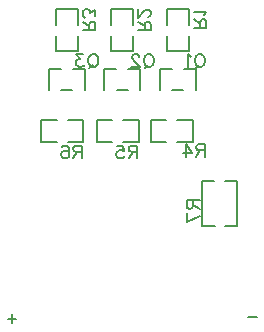
<source format=gbo>
G04 Layer: BottomSilkscreenLayer*
G04 EasyEDA v6.5.23, 2023-04-30 22:23:46*
G04 780a14c897c5458fb3efe7b42501c717,664421963ecb4a5db0a4e46f32b0c09c,10*
G04 Gerber Generator version 0.2*
G04 Scale: 100 percent, Rotated: No, Reflected: No *
G04 Dimensions in millimeters *
G04 leading zeros omitted , absolute positions ,4 integer and 5 decimal *
%FSLAX45Y45*%
%MOMM*%

%ADD10C,0.2032*%
%ADD11C,0.1524*%
%ADD12C,0.2000*%

%LPD*%
D10*
X93878Y161086D02*
G01*
X93878Y87426D01*
X130708Y124256D02*
G01*
X57048Y124256D01*
X2169058Y136956D02*
G01*
X2095398Y136956D01*
D11*
X1573773Y1123950D02*
G01*
X1682877Y1123950D01*
X1573773Y1123950D02*
G01*
X1573773Y1077191D01*
X1578968Y1061605D01*
X1584164Y1056408D01*
X1594556Y1051214D01*
X1604947Y1051214D01*
X1615338Y1056408D01*
X1620532Y1061605D01*
X1625727Y1077191D01*
X1625727Y1123950D01*
X1625727Y1087582D02*
G01*
X1682877Y1051214D01*
X1573773Y944186D02*
G01*
X1682877Y996142D01*
X1573773Y1016924D02*
G01*
X1573773Y944186D01*
X1727200Y1601215D02*
G01*
X1727200Y1492250D01*
X1727200Y1601215D02*
G01*
X1680463Y1601215D01*
X1664970Y1596135D01*
X1659636Y1590801D01*
X1654556Y1580387D01*
X1654556Y1569973D01*
X1659636Y1559559D01*
X1664970Y1554479D01*
X1680463Y1549400D01*
X1727200Y1549400D01*
X1690877Y1549400D02*
G01*
X1654556Y1492250D01*
X1568195Y1601215D02*
G01*
X1620265Y1528571D01*
X1542288Y1528571D01*
X1568195Y1601215D02*
G01*
X1568195Y1492250D01*
X1155700Y1588515D02*
G01*
X1155700Y1479550D01*
X1155700Y1588515D02*
G01*
X1108963Y1588515D01*
X1093469Y1583435D01*
X1088135Y1578101D01*
X1083055Y1567687D01*
X1083055Y1557273D01*
X1088135Y1546859D01*
X1093469Y1541779D01*
X1108963Y1536700D01*
X1155700Y1536700D01*
X1119377Y1536700D02*
G01*
X1083055Y1479550D01*
X986281Y1588515D02*
G01*
X1038352Y1588515D01*
X1043431Y1541779D01*
X1038352Y1546859D01*
X1022603Y1552193D01*
X1007110Y1552193D01*
X991615Y1546859D01*
X981202Y1536700D01*
X975868Y1520951D01*
X975868Y1510537D01*
X981202Y1495043D01*
X991615Y1484629D01*
X1007110Y1479550D01*
X1022603Y1479550D01*
X1038352Y1484629D01*
X1043431Y1489709D01*
X1048765Y1500123D01*
X685800Y1588515D02*
G01*
X685800Y1479550D01*
X685800Y1588515D02*
G01*
X639063Y1588515D01*
X623569Y1583435D01*
X618235Y1578101D01*
X613155Y1567687D01*
X613155Y1557273D01*
X618235Y1546859D01*
X623569Y1541779D01*
X639063Y1536700D01*
X685800Y1536700D01*
X649477Y1536700D02*
G01*
X613155Y1479550D01*
X516381Y1573021D02*
G01*
X521715Y1583435D01*
X537210Y1588515D01*
X547623Y1588515D01*
X563118Y1583435D01*
X573531Y1567687D01*
X578865Y1541779D01*
X578865Y1515871D01*
X573531Y1495043D01*
X563118Y1484629D01*
X547623Y1479550D01*
X542289Y1479550D01*
X526795Y1484629D01*
X516381Y1495043D01*
X511302Y1510537D01*
X511302Y1515871D01*
X516381Y1531365D01*
X526795Y1541779D01*
X542289Y1546859D01*
X547623Y1546859D01*
X563118Y1541779D01*
X573531Y1531365D01*
X578865Y1515871D01*
X1695957Y2363215D02*
G01*
X1706372Y2358135D01*
X1716786Y2347721D01*
X1722120Y2337307D01*
X1727200Y2321559D01*
X1727200Y2295651D01*
X1722120Y2280157D01*
X1716786Y2269743D01*
X1706372Y2259329D01*
X1695957Y2254250D01*
X1675129Y2254250D01*
X1664970Y2259329D01*
X1654556Y2269743D01*
X1649222Y2280157D01*
X1644141Y2295651D01*
X1644141Y2321559D01*
X1649222Y2337307D01*
X1654556Y2347721D01*
X1664970Y2358135D01*
X1675129Y2363215D01*
X1695957Y2363215D01*
X1680463Y2274823D02*
G01*
X1649222Y2243835D01*
X1609852Y2342387D02*
G01*
X1599438Y2347721D01*
X1583689Y2363215D01*
X1583689Y2254250D01*
X794326Y2363238D02*
G01*
X804717Y2358044D01*
X815108Y2347653D01*
X820305Y2337262D01*
X825500Y2321674D01*
X825500Y2295697D01*
X820305Y2280112D01*
X815108Y2269721D01*
X804717Y2259329D01*
X794326Y2254135D01*
X773544Y2254135D01*
X763155Y2259329D01*
X752764Y2269721D01*
X747567Y2280112D01*
X742373Y2295697D01*
X742373Y2321674D01*
X747567Y2337262D01*
X752764Y2347653D01*
X763155Y2358044D01*
X773544Y2363238D01*
X794326Y2363238D01*
X778741Y2274915D02*
G01*
X747567Y2243744D01*
X697692Y2363238D02*
G01*
X640542Y2363238D01*
X671715Y2321674D01*
X656127Y2321674D01*
X645736Y2316479D01*
X640542Y2311285D01*
X635345Y2295697D01*
X635345Y2285306D01*
X640542Y2269721D01*
X650933Y2259329D01*
X666518Y2254135D01*
X682104Y2254135D01*
X697692Y2259329D01*
X702886Y2264524D01*
X708083Y2274915D01*
X1264226Y2363238D02*
G01*
X1274617Y2358044D01*
X1285008Y2347653D01*
X1290205Y2337262D01*
X1295400Y2321674D01*
X1295400Y2295697D01*
X1290205Y2280112D01*
X1285008Y2269721D01*
X1274617Y2259329D01*
X1264226Y2254135D01*
X1243444Y2254135D01*
X1233055Y2259329D01*
X1222664Y2269721D01*
X1217467Y2280112D01*
X1212273Y2295697D01*
X1212273Y2321674D01*
X1217467Y2337262D01*
X1222664Y2347653D01*
X1233055Y2358044D01*
X1243444Y2363238D01*
X1264226Y2363238D01*
X1248641Y2274915D02*
G01*
X1217467Y2243744D01*
X1172786Y2337262D02*
G01*
X1172786Y2342456D01*
X1167592Y2352847D01*
X1162395Y2358044D01*
X1152004Y2363238D01*
X1131224Y2363238D01*
X1120833Y2358044D01*
X1115636Y2352847D01*
X1110442Y2342456D01*
X1110442Y2332065D01*
X1115636Y2321674D01*
X1126027Y2306088D01*
X1177983Y2254135D01*
X1105245Y2254135D01*
X1740915Y2584450D02*
G01*
X1631950Y2584450D01*
X1740915Y2584450D02*
G01*
X1740915Y2631185D01*
X1735836Y2646679D01*
X1730502Y2652013D01*
X1720088Y2657093D01*
X1709673Y2657093D01*
X1699259Y2652013D01*
X1694179Y2646679D01*
X1689100Y2631185D01*
X1689100Y2584450D01*
X1689100Y2620771D02*
G01*
X1631950Y2657093D01*
X1720088Y2691384D02*
G01*
X1725422Y2701797D01*
X1740915Y2717545D01*
X1631950Y2717545D01*
X1271015Y2565400D02*
G01*
X1162050Y2565400D01*
X1271015Y2565400D02*
G01*
X1271015Y2612135D01*
X1265936Y2627629D01*
X1260602Y2632963D01*
X1250188Y2638043D01*
X1239773Y2638043D01*
X1229359Y2632963D01*
X1224279Y2627629D01*
X1219200Y2612135D01*
X1219200Y2565400D01*
X1219200Y2601721D02*
G01*
X1162050Y2638043D01*
X1245107Y2677667D02*
G01*
X1250188Y2677667D01*
X1260602Y2682747D01*
X1265936Y2688081D01*
X1271015Y2698495D01*
X1271015Y2719069D01*
X1265936Y2729484D01*
X1260602Y2734817D01*
X1250188Y2739897D01*
X1239773Y2739897D01*
X1229359Y2734817D01*
X1213865Y2724403D01*
X1162050Y2672334D01*
X1162050Y2745231D01*
X801138Y2565400D02*
G01*
X692035Y2565400D01*
X801138Y2565400D02*
G01*
X801138Y2612158D01*
X795944Y2627744D01*
X790747Y2632941D01*
X780356Y2638135D01*
X769965Y2638135D01*
X759574Y2632941D01*
X754379Y2627744D01*
X749183Y2612158D01*
X749183Y2565400D01*
X749183Y2601767D02*
G01*
X692035Y2638135D01*
X801138Y2682816D02*
G01*
X801138Y2739966D01*
X759574Y2708793D01*
X759574Y2724381D01*
X754379Y2734772D01*
X749183Y2739966D01*
X733597Y2745163D01*
X723206Y2745163D01*
X707621Y2739966D01*
X697229Y2729575D01*
X692035Y2713989D01*
X692035Y2698404D01*
X697229Y2682816D01*
X702424Y2677622D01*
X712815Y2672425D01*
D12*
X1899201Y911593D02*
G01*
X1999178Y911593D01*
X1999203Y1285582D01*
X1895190Y1285582D01*
X1809203Y1285544D02*
G01*
X1707222Y1285544D01*
X1707197Y911555D01*
X1811228Y911555D01*
D11*
X1495419Y1806209D02*
G01*
X1623913Y1806209D01*
X1623913Y1622790D01*
X1495419Y1622790D01*
X1400180Y1806209D02*
G01*
X1271686Y1806209D01*
X1271686Y1622790D01*
X1400180Y1622790D01*
X1038219Y1806209D02*
G01*
X1166713Y1806209D01*
X1166713Y1622790D01*
X1038219Y1622790D01*
X942980Y1806209D02*
G01*
X814486Y1806209D01*
X814486Y1622790D01*
X942980Y1622790D01*
X568319Y1806209D02*
G01*
X696813Y1806209D01*
X696813Y1622790D01*
X568319Y1622790D01*
X473080Y1806209D02*
G01*
X344586Y1806209D01*
X344586Y1622790D01*
X473080Y1622790D01*
X405180Y2058692D02*
G01*
X405180Y2233932D01*
X509341Y2233932D01*
X712419Y2058692D02*
G01*
X712419Y2233932D01*
X608258Y2233932D01*
X513260Y2058692D02*
G01*
X604339Y2058692D01*
X875080Y2058692D02*
G01*
X875080Y2233932D01*
X979241Y2233932D01*
X1182319Y2058692D02*
G01*
X1182319Y2233932D01*
X1078158Y2233932D01*
X983160Y2058692D02*
G01*
X1074239Y2058692D01*
X1344980Y2058692D02*
G01*
X1344980Y2233932D01*
X1449141Y2233932D01*
X1652219Y2058692D02*
G01*
X1652219Y2233932D01*
X1548058Y2233932D01*
X1453060Y2058692D02*
G01*
X1544139Y2058692D01*
X1406890Y2613019D02*
G01*
X1406890Y2741513D01*
X1590309Y2741513D01*
X1590309Y2613019D01*
X1406890Y2517780D02*
G01*
X1406890Y2389286D01*
X1590309Y2389286D01*
X1590309Y2517780D01*
X936990Y2613019D02*
G01*
X936990Y2741513D01*
X1120409Y2741513D01*
X1120409Y2613019D01*
X936990Y2517780D02*
G01*
X936990Y2389286D01*
X1120409Y2389286D01*
X1120409Y2517780D01*
X467090Y2613019D02*
G01*
X467090Y2741513D01*
X650509Y2741513D01*
X650509Y2613019D01*
X467090Y2517780D02*
G01*
X467090Y2389286D01*
X650509Y2389286D01*
X650509Y2517780D01*
M02*

</source>
